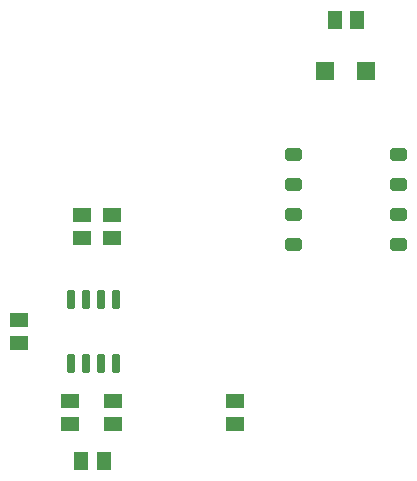
<source format=gtp>
G04 EAGLE Gerber RS-274X export*
G75*
%MOMM*%
%FSLAX34Y34*%
%LPD*%
%INSolderpaste Top*%
%IPPOS*%
%AMOC8*
5,1,8,0,0,1.08239X$1,22.5*%
G01*
%ADD10R,1.500000X1.300000*%
%ADD11R,1.500000X1.500000*%
%ADD12R,1.300000X1.500000*%
%ADD13C,0.546100*%
%ADD14C,0.304800*%


D10*
X332740Y367640D03*
X332740Y348640D03*
D11*
X627100Y579120D03*
X592100Y579120D03*
D10*
X375920Y299060D03*
X375920Y280060D03*
X412750Y280060D03*
X412750Y299060D03*
D12*
X404470Y248934D03*
X385470Y248934D03*
D10*
X411480Y437540D03*
X411480Y456540D03*
X386080Y456540D03*
X386080Y437540D03*
D12*
X600100Y622300D03*
X619100Y622300D03*
D13*
X658813Y434531D02*
X658813Y429069D01*
X649287Y429069D01*
X649287Y434531D01*
X658813Y434531D01*
X658813Y434257D02*
X649287Y434257D01*
X658813Y454469D02*
X658813Y459931D01*
X658813Y454469D02*
X649287Y454469D01*
X649287Y459931D01*
X658813Y459931D01*
X658813Y459657D02*
X649287Y459657D01*
X658813Y479869D02*
X658813Y485331D01*
X658813Y479869D02*
X649287Y479869D01*
X649287Y485331D01*
X658813Y485331D01*
X658813Y485057D02*
X649287Y485057D01*
X658813Y505269D02*
X658813Y510731D01*
X658813Y505269D02*
X649287Y505269D01*
X649287Y510731D01*
X658813Y510731D01*
X658813Y510457D02*
X649287Y510457D01*
X569913Y434531D02*
X569913Y429069D01*
X560387Y429069D01*
X560387Y434531D01*
X569913Y434531D01*
X569913Y434257D02*
X560387Y434257D01*
X569913Y454469D02*
X569913Y459931D01*
X569913Y454469D02*
X560387Y454469D01*
X560387Y459931D01*
X569913Y459931D01*
X569913Y459657D02*
X560387Y459657D01*
X569913Y479869D02*
X569913Y485331D01*
X569913Y479869D02*
X560387Y479869D01*
X560387Y485331D01*
X569913Y485331D01*
X569913Y485057D02*
X560387Y485057D01*
X569913Y505269D02*
X569913Y510731D01*
X569913Y505269D02*
X560387Y505269D01*
X560387Y510731D01*
X569913Y510731D01*
X569913Y510457D02*
X560387Y510457D01*
D14*
X413766Y391414D02*
X413766Y378968D01*
X413766Y391414D02*
X416814Y391414D01*
X416814Y378968D01*
X413766Y378968D01*
X413766Y381864D02*
X416814Y381864D01*
X416814Y384760D02*
X413766Y384760D01*
X413766Y387656D02*
X416814Y387656D01*
X416814Y390552D02*
X413766Y390552D01*
X401066Y391414D02*
X401066Y378968D01*
X401066Y391414D02*
X404114Y391414D01*
X404114Y378968D01*
X401066Y378968D01*
X401066Y381864D02*
X404114Y381864D01*
X404114Y384760D02*
X401066Y384760D01*
X401066Y387656D02*
X404114Y387656D01*
X404114Y390552D02*
X401066Y390552D01*
X388366Y391414D02*
X388366Y378968D01*
X388366Y391414D02*
X391414Y391414D01*
X391414Y378968D01*
X388366Y378968D01*
X388366Y381864D02*
X391414Y381864D01*
X391414Y384760D02*
X388366Y384760D01*
X388366Y387656D02*
X391414Y387656D01*
X391414Y390552D02*
X388366Y390552D01*
X375666Y391414D02*
X375666Y378968D01*
X375666Y391414D02*
X378714Y391414D01*
X378714Y378968D01*
X375666Y378968D01*
X375666Y381864D02*
X378714Y381864D01*
X378714Y384760D02*
X375666Y384760D01*
X375666Y387656D02*
X378714Y387656D01*
X378714Y390552D02*
X375666Y390552D01*
X413766Y337312D02*
X413766Y324866D01*
X413766Y337312D02*
X416814Y337312D01*
X416814Y324866D01*
X413766Y324866D01*
X413766Y327762D02*
X416814Y327762D01*
X416814Y330658D02*
X413766Y330658D01*
X413766Y333554D02*
X416814Y333554D01*
X416814Y336450D02*
X413766Y336450D01*
X401066Y337312D02*
X401066Y324866D01*
X401066Y337312D02*
X404114Y337312D01*
X404114Y324866D01*
X401066Y324866D01*
X401066Y327762D02*
X404114Y327762D01*
X404114Y330658D02*
X401066Y330658D01*
X401066Y333554D02*
X404114Y333554D01*
X404114Y336450D02*
X401066Y336450D01*
X388366Y337312D02*
X388366Y324866D01*
X388366Y337312D02*
X391414Y337312D01*
X391414Y324866D01*
X388366Y324866D01*
X388366Y327762D02*
X391414Y327762D01*
X391414Y330658D02*
X388366Y330658D01*
X388366Y333554D02*
X391414Y333554D01*
X391414Y336450D02*
X388366Y336450D01*
X375666Y337312D02*
X375666Y324866D01*
X375666Y337312D02*
X378714Y337312D01*
X378714Y324866D01*
X375666Y324866D01*
X375666Y327762D02*
X378714Y327762D01*
X378714Y330658D02*
X375666Y330658D01*
X375666Y333554D02*
X378714Y333554D01*
X378714Y336450D02*
X375666Y336450D01*
D10*
X515620Y280060D03*
X515620Y299060D03*
M02*

</source>
